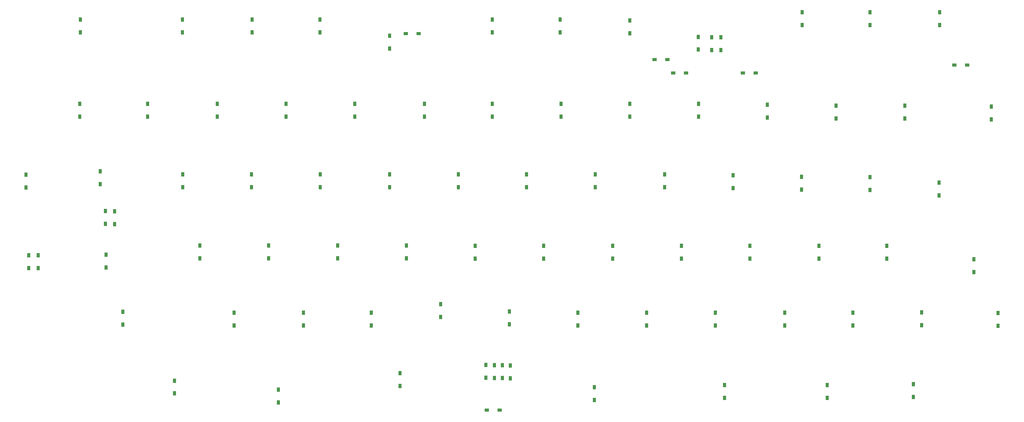
<source format=gtp>
%TF.GenerationSoftware,KiCad,Pcbnew,(5.1.6)-1*%
%TF.CreationDate,2020-07-30T22:43:25+09:00*%
%TF.ProjectId,keyboard_v2,6b657962-6f61-4726-945f-76322e6b6963,rev?*%
%TF.SameCoordinates,Original*%
%TF.FileFunction,Paste,Top*%
%TF.FilePolarity,Positive*%
%FSLAX46Y46*%
G04 Gerber Fmt 4.6, Leading zero omitted, Abs format (unit mm)*
G04 Created by KiCad (PCBNEW (5.1.6)-1) date 2020-07-30 22:43:25*
%MOMM*%
%LPD*%
G01*
G04 APERTURE LIST*
%ADD10R,0.950000X1.300000*%
%ADD11R,1.300000X0.950000*%
G04 APERTURE END LIST*
D10*
%TO.C,R1*%
X333850000Y25955000D03*
X333850000Y29505000D03*
%TD*%
D11*
%TO.C,R8*%
X439537300Y-25768300D03*
X443087300Y-25768300D03*
%TD*%
D10*
%TO.C,C3*%
X415508440Y-15471600D03*
X415508440Y-19021600D03*
%TD*%
%TO.C,R2*%
X336430000Y25855000D03*
X336430000Y29405000D03*
%TD*%
%TO.C,D5*%
X412582200Y74520800D03*
X412582200Y78070800D03*
%TD*%
D11*
%TO.C,R7*%
X514052200Y67761400D03*
X510502200Y67761400D03*
%TD*%
D10*
%TO.C,D45*%
X436305800Y16256200D03*
X436305800Y19806200D03*
%TD*%
%TO.C,D44*%
X417255800Y16377200D03*
X417255800Y19927200D03*
%TD*%
%TO.C,D41*%
X359978800Y16380200D03*
X359978800Y19930200D03*
%TD*%
%TO.C,D42*%
X379028800Y16380200D03*
X379028800Y19930200D03*
%TD*%
%TO.C,D40*%
X564829800Y33779200D03*
X564829800Y37329200D03*
%TD*%
%TO.C,D39*%
X545652800Y35303200D03*
X545652800Y38853200D03*
%TD*%
%TO.C,D43*%
X398205800Y16380200D03*
X398205800Y19930200D03*
%TD*%
%TO.C,D37*%
X507743300Y35808200D03*
X507743300Y39358200D03*
%TD*%
%TO.C,D27*%
X579307800Y54861200D03*
X579307800Y58411200D03*
%TD*%
%TO.C,D30*%
X374329800Y36065200D03*
X374329800Y39615200D03*
%TD*%
%TO.C,D24*%
X517204800Y55369200D03*
X517204800Y58919200D03*
%TD*%
%TO.C,D25*%
X536254800Y55115200D03*
X536254800Y58665200D03*
%TD*%
%TO.C,D23*%
X498154800Y55623200D03*
X498154800Y59173200D03*
%TD*%
%TO.C,D29*%
X355279800Y36065200D03*
X355279800Y39615200D03*
%TD*%
%TO.C,D26*%
X555304800Y55115200D03*
X555304800Y58665200D03*
%TD*%
%TO.C,D22*%
X479104800Y55623200D03*
X479104800Y59173200D03*
%TD*%
%TO.C,D21*%
X460054800Y55623200D03*
X460054800Y59173200D03*
%TD*%
%TO.C,D20*%
X441004800Y55623200D03*
X441004800Y59173200D03*
%TD*%
%TO.C,D19*%
X422208800Y55623200D03*
X422208800Y59173200D03*
%TD*%
%TO.C,D28*%
X332400000Y36925000D03*
X332400000Y40475000D03*
%TD*%
%TO.C,D18*%
X402904800Y55623200D03*
X402904800Y59173200D03*
%TD*%
%TO.C,D32*%
X412556800Y36065200D03*
X412556800Y39615200D03*
%TD*%
%TO.C,D38*%
X526729800Y35366700D03*
X526729800Y38916700D03*
%TD*%
%TO.C,D31*%
X393379800Y36065200D03*
X393379800Y39615200D03*
%TD*%
%TO.C,D33*%
X431606800Y36065200D03*
X431606800Y39615200D03*
%TD*%
%TO.C,D2*%
X355152800Y78991200D03*
X355152800Y82541200D03*
%TD*%
D11*
%TO.C,D13*%
X569049200Y69920400D03*
X572599200Y69920400D03*
%TD*%
D10*
%TO.C,D17*%
X383854800Y55623200D03*
X383854800Y59173200D03*
%TD*%
%TO.C,D8*%
X479143060Y78737920D03*
X479143060Y82287920D03*
%TD*%
%TO.C,D3*%
X374482200Y78991200D03*
X374482200Y82541200D03*
%TD*%
%TO.C,D6*%
X441004800Y78991200D03*
X441004800Y82541200D03*
%TD*%
%TO.C,D15*%
X345500800Y55623200D03*
X345500800Y59173200D03*
%TD*%
%TO.C,C7*%
X441592460Y-16812760D03*
X441592460Y-13262760D03*
%TD*%
%TO.C,C6*%
X443794640Y-16812760D03*
X443794640Y-13262760D03*
%TD*%
%TO.C,D7*%
X459800800Y78991200D03*
X459800800Y82541200D03*
%TD*%
%TO.C,D4*%
X393252800Y78991200D03*
X393252800Y82541200D03*
%TD*%
%TO.C,D1*%
X326933400Y78991200D03*
X326933400Y82541200D03*
%TD*%
%TO.C,D14*%
X326704800Y55623200D03*
X326704800Y59173200D03*
%TD*%
%TO.C,D10*%
X526856800Y81023200D03*
X526856800Y84573200D03*
%TD*%
%TO.C,D16*%
X364804800Y55623200D03*
X364804800Y59173200D03*
%TD*%
%TO.C,D12*%
X564956800Y81023200D03*
X564956800Y84573200D03*
%TD*%
D11*
%TO.C,D9*%
X485991200Y71444400D03*
X489541200Y71444400D03*
%TD*%
D10*
%TO.C,D11*%
X545652800Y81023200D03*
X545652800Y84573200D03*
%TD*%
%TO.C,D48*%
X493455800Y19803200D03*
X493455800Y16253200D03*
%TD*%
%TO.C,D53*%
X334000000Y13825000D03*
X334000000Y17375000D03*
%TD*%
%TO.C,D55*%
X388680800Y-2291800D03*
X388680800Y1258200D03*
%TD*%
%TO.C,D56*%
X407476800Y-2288800D03*
X407476800Y1261200D03*
%TD*%
%TO.C,D57*%
X426700000Y3675000D03*
X426700000Y125000D03*
%TD*%
%TO.C,D49*%
X512378800Y16253200D03*
X512378800Y19803200D03*
%TD*%
%TO.C,D58*%
X445754600Y1616800D03*
X445754600Y-1933200D03*
%TD*%
%TO.C,D46*%
X455228800Y16250200D03*
X455228800Y19800200D03*
%TD*%
%TO.C,D47*%
X474405800Y19800200D03*
X474405800Y16250200D03*
%TD*%
%TO.C,C4*%
X446060000Y-16935000D03*
X446060000Y-13385000D03*
%TD*%
%TO.C,D51*%
X550351800Y19803200D03*
X550351800Y16253200D03*
%TD*%
%TO.C,C5*%
X439244740Y-16758460D03*
X439244740Y-13208460D03*
%TD*%
%TO.C,D50*%
X531555800Y19800200D03*
X531555800Y16250200D03*
%TD*%
%TO.C,D54*%
X369503800Y-2288800D03*
X369503800Y1261200D03*
%TD*%
%TO.C,D52*%
X574481800Y12570200D03*
X574481800Y16120200D03*
%TD*%
%TO.C,R4*%
X315250000Y13675000D03*
X315250000Y17225000D03*
%TD*%
%TO.C,D66*%
X338642800Y1515200D03*
X338642800Y-2034800D03*
%TD*%
%TO.C,D67*%
X352943000Y-17560200D03*
X352943000Y-21110200D03*
%TD*%
%TO.C,D35*%
X469579800Y36065200D03*
X469579800Y39615200D03*
%TD*%
%TO.C,F4*%
X498100000Y77775000D03*
X498100000Y74225000D03*
%TD*%
%TO.C,D63*%
X540953800Y-2288800D03*
X540953800Y1261200D03*
%TD*%
D11*
%TO.C,R3*%
X420664200Y78667400D03*
X417114200Y78667400D03*
%TD*%
D10*
%TO.C,D36*%
X488756800Y36065200D03*
X488756800Y39615200D03*
%TD*%
%TO.C,D34*%
X450529800Y39615200D03*
X450529800Y36065200D03*
%TD*%
%TO.C,D68*%
X381798000Y-20037000D03*
X381798000Y-23587000D03*
%TD*%
%TO.C,R5*%
X311871200Y36014400D03*
X311871200Y39564400D03*
%TD*%
%TO.C,R9*%
X501863200Y74117400D03*
X501863200Y77667400D03*
%TD*%
%TO.C,R10*%
X504403200Y77664400D03*
X504403200Y74114400D03*
%TD*%
%TO.C,D62*%
X522030800Y1261200D03*
X522030800Y-2288800D03*
%TD*%
%TO.C,D72*%
X557692400Y-22050000D03*
X557692400Y-18500000D03*
%TD*%
%TO.C,D61*%
X502853800Y-2288800D03*
X502853800Y1261200D03*
%TD*%
%TO.C,D59*%
X464753800Y1261200D03*
X464753800Y-2288800D03*
%TD*%
%TO.C,F3*%
X312580000Y13625000D03*
X312580000Y17175000D03*
%TD*%
%TO.C,D60*%
X483803800Y-2288800D03*
X483803800Y1261200D03*
%TD*%
%TO.C,D64*%
X560003800Y-2215600D03*
X560003800Y1334400D03*
%TD*%
%TO.C,D65*%
X581146000Y1230400D03*
X581146000Y-2319600D03*
%TD*%
D11*
%TO.C,R6*%
X494748200Y67761400D03*
X491198200Y67761400D03*
%TD*%
D10*
%TO.C,D69*%
X469323420Y-19380660D03*
X469323420Y-22930660D03*
%TD*%
%TO.C,D70*%
X505378000Y-18812000D03*
X505378000Y-22362000D03*
%TD*%
%TO.C,D71*%
X533838000Y-22312000D03*
X533838000Y-18762000D03*
%TD*%
M02*

</source>
